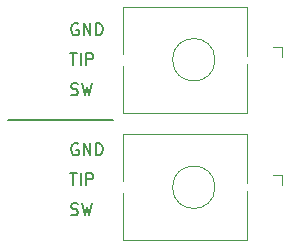
<source format=gto>
G04 #@! TF.GenerationSoftware,KiCad,Pcbnew,(5.1.2-1)-1*
G04 #@! TF.CreationDate,2020-04-09T00:53:56-04:00*
G04 #@! TF.ProjectId,thonkiconn_breadboard_adapter_v3,74686f6e-6b69-4636-9f6e-6e5f62726561,rev?*
G04 #@! TF.SameCoordinates,Original*
G04 #@! TF.FileFunction,Legend,Top*
G04 #@! TF.FilePolarity,Positive*
%FSLAX46Y46*%
G04 Gerber Fmt 4.6, Leading zero omitted, Abs format (unit mm)*
G04 Created by KiCad (PCBNEW (5.1.2-1)-1) date 2020-04-09 00:53:56*
%MOMM*%
%LPD*%
G04 APERTURE LIST*
%ADD10C,0.150000*%
%ADD11C,0.120000*%
G04 APERTURE END LIST*
D10*
X138430000Y-76200000D02*
X147320000Y-76200000D01*
X143797976Y-84224761D02*
X143940833Y-84272380D01*
X144178928Y-84272380D01*
X144274166Y-84224761D01*
X144321785Y-84177142D01*
X144369404Y-84081904D01*
X144369404Y-83986666D01*
X144321785Y-83891428D01*
X144274166Y-83843809D01*
X144178928Y-83796190D01*
X143988452Y-83748571D01*
X143893214Y-83700952D01*
X143845595Y-83653333D01*
X143797976Y-83558095D01*
X143797976Y-83462857D01*
X143845595Y-83367619D01*
X143893214Y-83320000D01*
X143988452Y-83272380D01*
X144226547Y-83272380D01*
X144369404Y-83320000D01*
X144702738Y-83272380D02*
X144940833Y-84272380D01*
X145131309Y-83558095D01*
X145321785Y-84272380D01*
X145559880Y-83272380D01*
X143702738Y-80732380D02*
X144274166Y-80732380D01*
X143988452Y-81732380D02*
X143988452Y-80732380D01*
X144607500Y-81732380D02*
X144607500Y-80732380D01*
X145083690Y-81732380D02*
X145083690Y-80732380D01*
X145464642Y-80732380D01*
X145559880Y-80780000D01*
X145607500Y-80827619D01*
X145655119Y-80922857D01*
X145655119Y-81065714D01*
X145607500Y-81160952D01*
X145559880Y-81208571D01*
X145464642Y-81256190D01*
X145083690Y-81256190D01*
X144369404Y-78240000D02*
X144274166Y-78192380D01*
X144131309Y-78192380D01*
X143988452Y-78240000D01*
X143893214Y-78335238D01*
X143845595Y-78430476D01*
X143797976Y-78620952D01*
X143797976Y-78763809D01*
X143845595Y-78954285D01*
X143893214Y-79049523D01*
X143988452Y-79144761D01*
X144131309Y-79192380D01*
X144226547Y-79192380D01*
X144369404Y-79144761D01*
X144417023Y-79097142D01*
X144417023Y-78763809D01*
X144226547Y-78763809D01*
X144845595Y-79192380D02*
X144845595Y-78192380D01*
X145417023Y-79192380D01*
X145417023Y-78192380D01*
X145893214Y-79192380D02*
X145893214Y-78192380D01*
X146131309Y-78192380D01*
X146274166Y-78240000D01*
X146369404Y-78335238D01*
X146417023Y-78430476D01*
X146464642Y-78620952D01*
X146464642Y-78763809D01*
X146417023Y-78954285D01*
X146369404Y-79049523D01*
X146274166Y-79144761D01*
X146131309Y-79192380D01*
X145893214Y-79192380D01*
X143797976Y-74064761D02*
X143940833Y-74112380D01*
X144178928Y-74112380D01*
X144274166Y-74064761D01*
X144321785Y-74017142D01*
X144369404Y-73921904D01*
X144369404Y-73826666D01*
X144321785Y-73731428D01*
X144274166Y-73683809D01*
X144178928Y-73636190D01*
X143988452Y-73588571D01*
X143893214Y-73540952D01*
X143845595Y-73493333D01*
X143797976Y-73398095D01*
X143797976Y-73302857D01*
X143845595Y-73207619D01*
X143893214Y-73160000D01*
X143988452Y-73112380D01*
X144226547Y-73112380D01*
X144369404Y-73160000D01*
X144702738Y-73112380D02*
X144940833Y-74112380D01*
X145131309Y-73398095D01*
X145321785Y-74112380D01*
X145559880Y-73112380D01*
X143702738Y-70572380D02*
X144274166Y-70572380D01*
X143988452Y-71572380D02*
X143988452Y-70572380D01*
X144607500Y-71572380D02*
X144607500Y-70572380D01*
X145083690Y-71572380D02*
X145083690Y-70572380D01*
X145464642Y-70572380D01*
X145559880Y-70620000D01*
X145607500Y-70667619D01*
X145655119Y-70762857D01*
X145655119Y-70905714D01*
X145607500Y-71000952D01*
X145559880Y-71048571D01*
X145464642Y-71096190D01*
X145083690Y-71096190D01*
X144369404Y-68080000D02*
X144274166Y-68032380D01*
X144131309Y-68032380D01*
X143988452Y-68080000D01*
X143893214Y-68175238D01*
X143845595Y-68270476D01*
X143797976Y-68460952D01*
X143797976Y-68603809D01*
X143845595Y-68794285D01*
X143893214Y-68889523D01*
X143988452Y-68984761D01*
X144131309Y-69032380D01*
X144226547Y-69032380D01*
X144369404Y-68984761D01*
X144417023Y-68937142D01*
X144417023Y-68603809D01*
X144226547Y-68603809D01*
X144845595Y-69032380D02*
X144845595Y-68032380D01*
X145417023Y-69032380D01*
X145417023Y-68032380D01*
X145893214Y-69032380D02*
X145893214Y-68032380D01*
X146131309Y-68032380D01*
X146274166Y-68080000D01*
X146369404Y-68175238D01*
X146417023Y-68270476D01*
X146464642Y-68460952D01*
X146464642Y-68603809D01*
X146417023Y-68794285D01*
X146369404Y-68889523D01*
X146274166Y-68984761D01*
X146131309Y-69032380D01*
X145893214Y-69032380D01*
D11*
X161655000Y-80855000D02*
X161655000Y-81715000D01*
X161655000Y-80855000D02*
X160855000Y-80855000D01*
X155975000Y-81915000D02*
G75*
G03X155975000Y-81915000I-1800000J0D01*
G01*
X158675000Y-81565000D02*
X158675000Y-77415000D01*
X158675000Y-86415000D02*
X158675000Y-82265000D01*
X148175000Y-81415000D02*
X148175000Y-77415000D01*
X148175000Y-86415000D02*
X148175000Y-82415000D01*
X158675000Y-86415000D02*
X148175000Y-86415000D01*
X158675000Y-77415000D02*
X148175000Y-77415000D01*
X161655000Y-70060000D02*
X161655000Y-70920000D01*
X161655000Y-70060000D02*
X160855000Y-70060000D01*
X155975000Y-71120000D02*
G75*
G03X155975000Y-71120000I-1800000J0D01*
G01*
X158675000Y-70770000D02*
X158675000Y-66620000D01*
X158675000Y-75620000D02*
X158675000Y-71470000D01*
X148175000Y-70620000D02*
X148175000Y-66620000D01*
X148175000Y-75620000D02*
X148175000Y-71620000D01*
X158675000Y-75620000D02*
X148175000Y-75620000D01*
X158675000Y-66620000D02*
X148175000Y-66620000D01*
M02*

</source>
